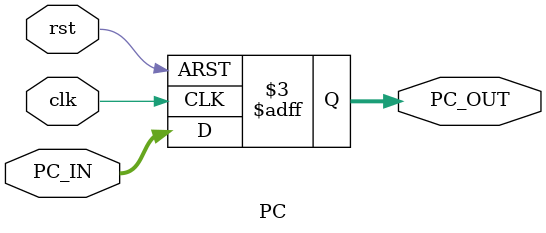
<source format=v>
module PC(

input  [31:0] PC_IN,
input clk,
input rst,
output reg [31:0] PC_OUT

);

always @(posedge clk , negedge rst) begin
    
    if (rst==0)
        PC_OUT<=32'b0;
    else
        PC_OUT<=PC_IN;
end

endmodule
</source>
